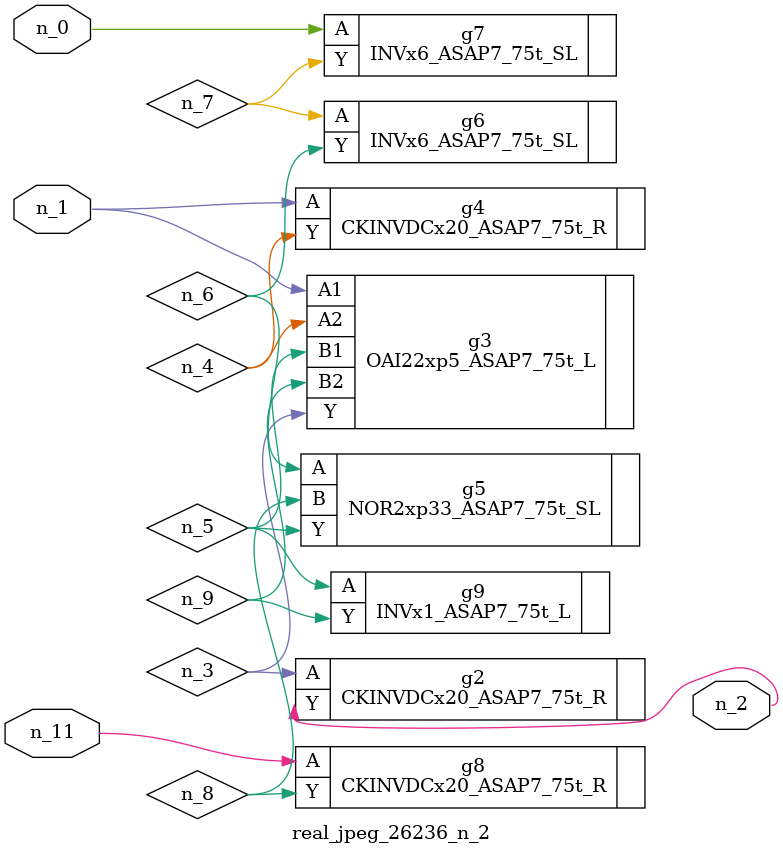
<source format=v>
module real_jpeg_26236_n_2 (n_1, n_11, n_0, n_2);

input n_1;
input n_11;
input n_0;

output n_2;

wire n_5;
wire n_4;
wire n_8;
wire n_6;
wire n_7;
wire n_3;
wire n_9;

INVx6_ASAP7_75t_SL g7 ( 
.A(n_0),
.Y(n_7)
);

OAI22xp5_ASAP7_75t_L g3 ( 
.A1(n_1),
.A2(n_4),
.B1(n_5),
.B2(n_9),
.Y(n_3)
);

CKINVDCx20_ASAP7_75t_R g4 ( 
.A(n_1),
.Y(n_4)
);

CKINVDCx20_ASAP7_75t_R g2 ( 
.A(n_3),
.Y(n_2)
);

INVx1_ASAP7_75t_L g9 ( 
.A(n_5),
.Y(n_9)
);

NOR2xp33_ASAP7_75t_SL g5 ( 
.A(n_6),
.B(n_8),
.Y(n_5)
);

INVx6_ASAP7_75t_SL g6 ( 
.A(n_7),
.Y(n_6)
);

CKINVDCx20_ASAP7_75t_R g8 ( 
.A(n_11),
.Y(n_8)
);


endmodule
</source>
